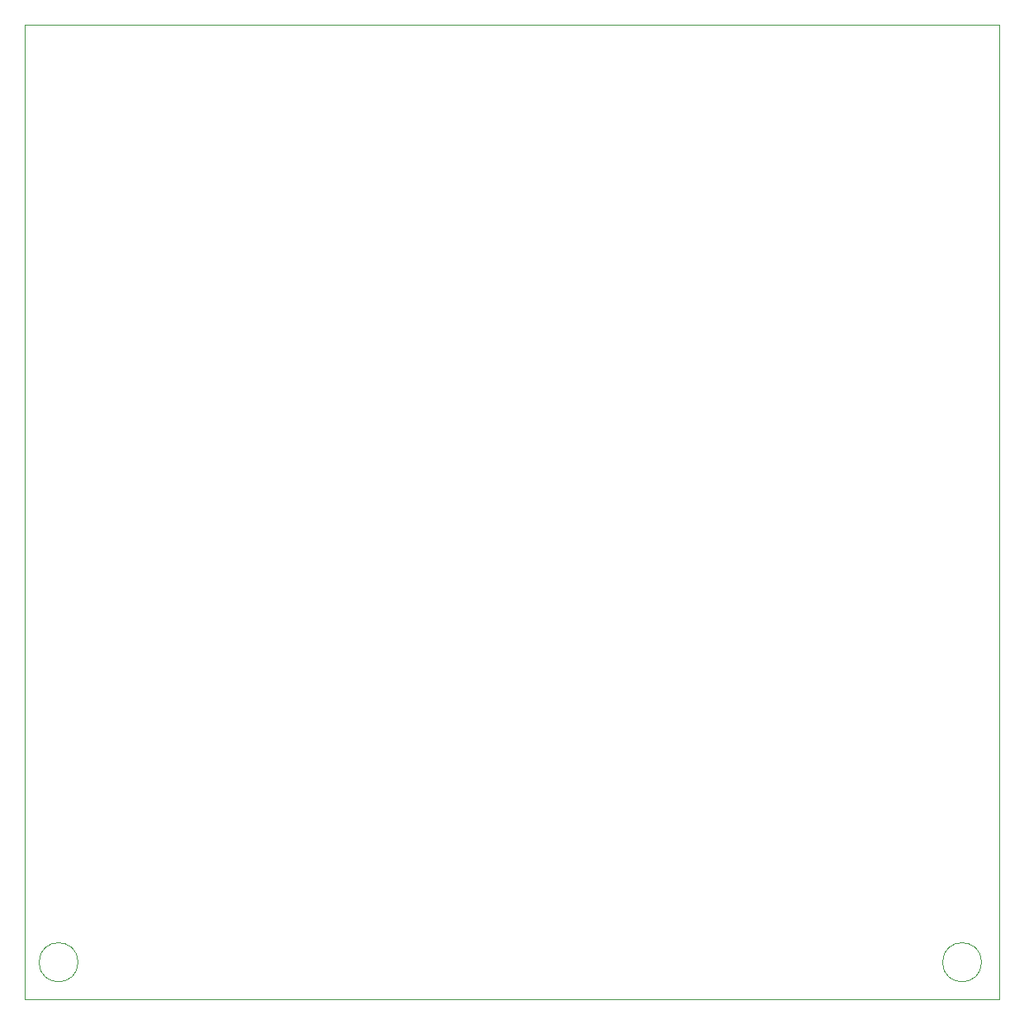
<source format=gbr>
G04 #@! TF.GenerationSoftware,KiCad,Pcbnew,8.0.5*
G04 #@! TF.CreationDate,2024-09-19T13:37:45-04:00*
G04 #@! TF.ProjectId,t41_2_main_board,7434315f-325f-46d6-9169-6e5f626f6172,1.0*
G04 #@! TF.SameCoordinates,Original*
G04 #@! TF.FileFunction,Profile,NP*
%FSLAX46Y46*%
G04 Gerber Fmt 4.6, Leading zero omitted, Abs format (unit mm)*
G04 Created by KiCad (PCBNEW 8.0.5) date 2024-09-19 13:37:45*
%MOMM*%
%LPD*%
G01*
G04 APERTURE LIST*
G04 #@! TA.AperFunction,Profile*
%ADD10C,0.050000*%
G04 #@! TD*
G04 APERTURE END LIST*
D10*
X102000000Y-150000000D02*
G75*
G02*
X98000000Y-150000000I-2000000J0D01*
G01*
X98000000Y-150000000D02*
G75*
G02*
X102000000Y-150000000I2000000J0D01*
G01*
X194710000Y-150000000D02*
G75*
G02*
X190710000Y-150000000I-2000000J0D01*
G01*
X190710000Y-150000000D02*
G75*
G02*
X194710000Y-150000000I2000000J0D01*
G01*
X96520000Y-53810000D02*
X196520000Y-53810000D01*
X196520000Y-153810000D01*
X96520000Y-153810000D01*
X96520000Y-53810000D01*
M02*

</source>
